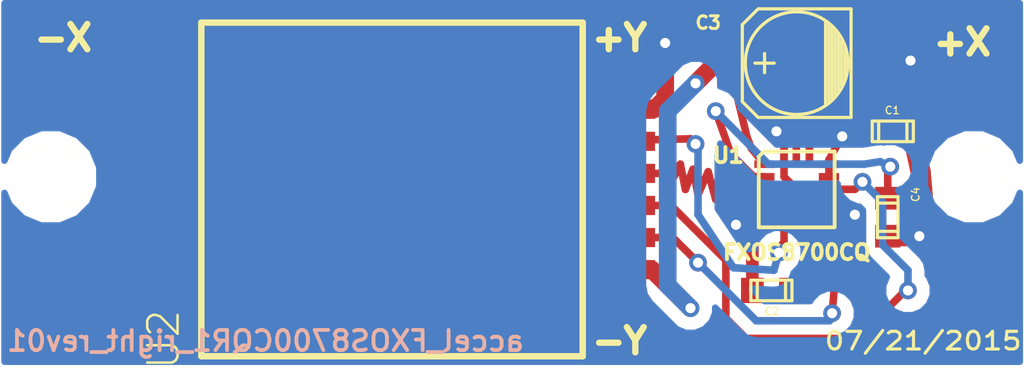
<source format=kicad_pcb>
(kicad_pcb (version 4) (host pcbnew "(2015-08-20 BZR 6109)-product")

  (general
    (links 21)
    (no_connects 0)
    (area 129.949999 99.449999 171.550001 116.550001)
    (thickness 1.6)
    (drawings 6)
    (tracks 128)
    (zones 0)
    (modules 8)
    (nets 9)
  )

  (page A)
  (layers
    (0 F.Cu signal)
    (31 B.Cu signal)
    (32 B.Adhes user)
    (33 F.Adhes user)
    (34 B.Paste user)
    (35 F.Paste user)
    (36 B.SilkS user)
    (37 F.SilkS user)
    (38 B.Mask user)
    (39 F.Mask user)
    (40 Dwgs.User user)
    (41 Cmts.User user)
    (42 Eco1.User user)
    (43 Eco2.User user)
    (44 Edge.Cuts user)
  )

  (setup
    (last_trace_width 0.5)
    (user_trace_width 0.1)
    (user_trace_width 0.15)
    (user_trace_width 0.2)
    (user_trace_width 0.25)
    (user_trace_width 0.3)
    (user_trace_width 0.35)
    (user_trace_width 0.4)
    (user_trace_width 0.5)
    (user_trace_width 0.6)
    (user_trace_width 0.7)
    (user_trace_width 0.8)
    (user_trace_width 1)
    (trace_clearance 0.05)
    (zone_clearance 0.5)
    (zone_45_only no)
    (trace_min 0.1)
    (segment_width 0.2)
    (edge_width 0.1)
    (via_size 0.7)
    (via_drill 0.4)
    (via_min_size 0.7)
    (via_min_drill 0.4)
    (uvia_size 0.4)
    (uvia_drill 0.127)
    (uvias_allowed no)
    (uvia_min_size 0.4)
    (uvia_min_drill 0.127)
    (pcb_text_width 0.3)
    (pcb_text_size 1.5 1.5)
    (mod_edge_width 0.15)
    (mod_text_size 1 1)
    (mod_text_width 0.15)
    (pad_size 2.60096 1.6002)
    (pad_drill 0)
    (pad_to_mask_clearance 0)
    (aux_axis_origin 0 0)
    (visible_elements 7FFFFFFF)
    (pcbplotparams
      (layerselection 0x00030_80000001)
      (usegerberextensions true)
      (excludeedgelayer true)
      (linewidth 0.150000)
      (plotframeref false)
      (viasonmask false)
      (mode 1)
      (useauxorigin false)
      (hpglpennumber 1)
      (hpglpenspeed 20)
      (hpglpendiameter 15)
      (hpglpenoverlay 2)
      (psnegative false)
      (psa4output false)
      (plotreference true)
      (plotvalue true)
      (plotinvisibletext false)
      (padsonsilk false)
      (subtractmaskfromsilk false)
      (outputformat 1)
      (mirror false)
      (drillshape 0)
      (scaleselection 1)
      (outputdirectory ""))
  )

  (net 0 "")
  (net 1 GND)
  (net 2 INT1)
  (net 3 INT2)
  (net 4 N-000003)
  (net 5 N-000006)
  (net 6 SCL)
  (net 7 SDA)
  (net 8 Vdd)

  (net_class Default "This is the default net class."
    (clearance 0.05)
    (trace_width 0.5)
    (via_dia 0.7)
    (via_drill 0.4)
    (uvia_dia 0.4)
    (uvia_drill 0.127)
    (add_net GND)
    (add_net INT1)
    (add_net INT2)
    (add_net N-000003)
    (add_net N-000006)
    (add_net SCL)
    (add_net SDA)
    (add_net Vdd)
  )

  (module TED_QFN16_3x5 (layer F.Cu) (tedit 54A73E7C) (tstamp 52A599E5)
    (at 162 109)
    (path /54A72EE3)
    (solder_paste_ratio -0.2)
    (clearance 0.1)
    (fp_text reference U1 (at -2.705 -1.35) (layer F.SilkS)
      (effects (font (size 0.6 0.6) (thickness 0.15)))
    )
    (fp_text value FXOS8700CQ (at 0 2.49) (layer F.SilkS)
      (effects (font (size 0.6 0.6) (thickness 0.15)))
    )
    (fp_line (start -1.3 -1.5) (end 1.5 -1.5) (layer F.SilkS) (width 0.14986))
    (fp_line (start -1.5 -1.3) (end -1.5 1.5) (layer F.SilkS) (width 0.14986))
    (fp_line (start -1.3 -1.5) (end -1.5 -1.3) (layer F.SilkS) (width 0.14986))
    (fp_line (start 1.5 1.5) (end -1.5 1.5) (layer F.SilkS) (width 0.14986))
    (fp_line (start 1.5 -1.5) (end 1.5 1.5) (layer F.SilkS) (width 0.14986))
    (pad 2 smd rect (at -1.275 -0.5) (size 0.8 0.3) (layers F.Cu F.Paste F.Mask)
      (net 4 N-000003))
    (pad 1 smd rect (at -1.275 -1) (size 0.8 0.3) (layers F.Cu F.Paste F.Mask)
      (net 8 Vdd))
    (pad 13 smd rect (at 1.275 -1) (size 0.8 0.3) (layers F.Cu F.Paste F.Mask)
      (net 1 GND))
    (pad 3 smd rect (at -1.275 -0.005) (size 0.8 0.3) (layers F.Cu F.Paste F.Mask)
      (net 1 GND))
    (pad 4 smd rect (at -1.275 0.5) (size 0.8 0.3) (layers F.Cu F.Paste F.Mask)
      (net 6 SCL))
    (pad 5 smd rect (at -1.275 1) (size 0.8 0.3) (layers F.Cu F.Paste F.Mask)
      (net 1 GND))
    (pad 6 smd rect (at -0.5 1.275) (size 0.3 0.8) (layers F.Cu F.Paste F.Mask)
      (net 7 SDA))
    (pad 7 smd rect (at -0.035 1.275) (size 0.3 0.8) (layers F.Cu F.Paste F.Mask)
      (net 1 GND))
    (pad 8 smd rect (at 0.5 1.275) (size 0.3 0.8) (layers F.Cu F.Paste F.Mask)
      (net 5 N-000006))
    (pad 9 smd rect (at 1.275 1) (size 0.8 0.3) (layers F.Cu F.Paste F.Mask)
      (net 3 INT2))
    (pad 10 smd rect (at 1.275 0.5) (size 0.8 0.3) (layers F.Cu F.Paste F.Mask)
      (net 1 GND))
    (pad 11 smd rect (at 1.275 -0.005) (size 0.8 0.3) (layers F.Cu F.Paste F.Mask)
      (net 2 INT1))
    (pad 12 smd rect (at 1.275 -0.5) (size 0.8 0.3) (layers F.Cu F.Paste F.Mask)
      (net 1 GND))
    (pad 14 smd rect (at 0.5 -1.275) (size 0.3 0.8) (layers F.Cu F.Paste F.Mask)
      (net 8 Vdd))
    (pad 15 smd rect (at -0.015 -1.275) (size 0.3 0.8) (layers F.Cu F.Paste F.Mask))
    (pad 16 smd rect (at -0.5 -1.275) (size 0.3 0.8) (layers F.Cu F.Paste F.Mask)
      (net 1 GND))
    (model smd/qfn24.wrl
      (at (xyz 0 0 0))
      (scale (xyz 1 1 1))
      (rotate (xyz 0 0 0))
    )
  )

  (module TED_Hole_2_6mm (layer F.Cu) (tedit 53C810E1) (tstamp 539CBF88)
    (at 169 108.5)
    (path /539CBE67)
    (fp_text reference H2 (at -0.05 -2.425) (layer F.SilkS) hide
      (effects (font (size 1 1) (thickness 0.15)))
    )
    (fp_text value HOLE (at 0.25 2.6) (layer F.SilkS) hide
      (effects (font (size 1 1) (thickness 0.15)))
    )
    (pad "" np_thru_hole circle (at 0 0) (size 2.6 2.6) (drill 2.6) (layers *.Cu *.Mask F.SilkS))
  )

  (module TED_Hole_2_6mm (layer F.Cu) (tedit 53C810E1) (tstamp 539CCC63)
    (at 132.5 108.5)
    (path /5365C78C)
    (fp_text reference H1 (at -0.05 -2.425) (layer F.SilkS) hide
      (effects (font (size 1 1) (thickness 0.15)))
    )
    (fp_text value HOLE (at 0.25 2.6) (layer F.SilkS) hide
      (effects (font (size 1 1) (thickness 0.15)))
    )
    (pad "" np_thru_hole circle (at 0 0) (size 2.6 2.6) (drill 2.6) (layers *.Cu *.Mask F.SilkS))
  )

  (module TED_RJ12_855135002 (layer F.Cu) (tedit 55AF1007) (tstamp 539CC027)
    (at 146 109 90)
    (path /539B7C14)
    (fp_text reference U2 (at -5.94 -9.03 90) (layer F.SilkS)
      (effects (font (size 1.2 1.2) (thickness 0.09906)))
    )
    (fp_text value RJ12 (at 0.9 0 90) (layer F.SilkS) hide
      (effects (font (size 1.2 1.2) (thickness 0.09906)))
    )
    (fp_line (start -6.605 -7.54) (end 6.605 -7.54) (layer F.SilkS) (width 0.254))
    (fp_line (start 6.605 -7.54) (end 6.605 7.54) (layer F.SilkS) (width 0.254))
    (fp_line (start 6.605 7.54) (end -6.605 7.54) (layer F.SilkS) (width 0.254))
    (fp_line (start -6.605 7.54) (end -6.605 -7.54) (layer F.SilkS) (width 0.254))
    (pad 6 smd rect (at -3.175 7.9 90) (size 0.76 5) (layers F.Cu F.Paste F.Mask)
      (net 8 Vdd) (clearance 0.2))
    (pad 4 smd rect (at -0.635 7.9 90) (size 0.76 5) (layers F.Cu F.Paste F.Mask)
      (net 2 INT1) (clearance 0.2))
    (pad 2 smd rect (at 1.905 7.9 90) (size 0.76 5) (layers F.Cu F.Paste F.Mask)
      (net 7 SDA) (clearance 0.2))
    (pad 3 smd rect (at 0.635 7.9 90) (size 0.76 5) (layers F.Cu F.Paste F.Mask)
      (net 6 SCL) (clearance 0.2))
    (pad 1 smd rect (at 3.175 7.9 90) (size 0.76 5) (layers F.Cu F.Paste F.Mask)
      (net 1 GND) (clearance 0.2))
    (pad 5 smd rect (at -1.905 7.9 90) (size 0.76 5) (layers F.Cu F.Paste F.Mask)
      (net 3 INT2) (clearance 0.2))
    (pad PAD smd rect (at 0 -8.15 90) (size 8.8 4.5) (layers F.Cu F.Paste F.Mask))
  )

  (module TED_SM0603 (layer F.Cu) (tedit 55AF0FF6) (tstamp 539B7F83)
    (at 165.6 110.1 270)
    (descr "SMT capacitor, 0603")
    (path /52A5541B)
    (fp_text reference C4 (at -0.9 -1.1 270) (layer F.SilkS)
      (effects (font (size 0.3 0.3) (thickness 0.05)))
    )
    (fp_text value .1uF (at -0.2 -1.6 270) (layer F.SilkS) hide
      (effects (font (size 0.3 0.3) (thickness 0.05)))
    )
    (fp_line (start 0.5588 0.4064) (end 0.5588 -0.4064) (layer F.SilkS) (width 0.127))
    (fp_line (start -0.5588 -0.381) (end -0.5588 0.4064) (layer F.SilkS) (width 0.127))
    (fp_line (start -0.8128 -0.4064) (end 0.8128 -0.4064) (layer F.SilkS) (width 0.127))
    (fp_line (start 0.8128 -0.4064) (end 0.8128 0.4064) (layer F.SilkS) (width 0.127))
    (fp_line (start 0.8128 0.4064) (end -0.8128 0.4064) (layer F.SilkS) (width 0.127))
    (fp_line (start -0.8128 0.4064) (end -0.8128 -0.4064) (layer F.SilkS) (width 0.127))
    (pad 2 smd rect (at 0.75184 0 270) (size 0.89916 1.00076) (layers F.Cu F.Paste F.Mask)
      (net 1 GND) (clearance 0.1))
    (pad 1 smd rect (at -0.75184 0 270) (size 0.89916 1.00076) (layers F.Cu F.Paste F.Mask)
      (net 4 N-000003) (clearance 0.1))
    (model smd/capacitors/c_0603.wrl
      (at (xyz 0 0 0))
      (scale (xyz 1 1 1))
      (rotate (xyz 0 0 0))
    )
  )

  (module TED_SM0603 (layer F.Cu) (tedit 55AF0FFF) (tstamp 52A599AD)
    (at 161 113 180)
    (descr "SMT capacitor, 0603")
    (path /54A72FC4)
    (fp_text reference C2 (at -0.02 -0.83 180) (layer F.SilkS)
      (effects (font (size 0.3 0.3) (thickness 0.05)))
    )
    (fp_text value 1uF (at 0.8 -1.1 180) (layer F.SilkS) hide
      (effects (font (size 0.3 0.3) (thickness 0.05)))
    )
    (fp_line (start 0.5588 0.4064) (end 0.5588 -0.4064) (layer F.SilkS) (width 0.127))
    (fp_line (start -0.5588 -0.381) (end -0.5588 0.4064) (layer F.SilkS) (width 0.127))
    (fp_line (start -0.8128 -0.4064) (end 0.8128 -0.4064) (layer F.SilkS) (width 0.127))
    (fp_line (start 0.8128 -0.4064) (end 0.8128 0.4064) (layer F.SilkS) (width 0.127))
    (fp_line (start 0.8128 0.4064) (end -0.8128 0.4064) (layer F.SilkS) (width 0.127))
    (fp_line (start -0.8128 0.4064) (end -0.8128 -0.4064) (layer F.SilkS) (width 0.127))
    (pad 2 smd rect (at 0.75184 0 180) (size 0.89916 1.00076) (layers F.Cu F.Paste F.Mask)
      (net 1 GND) (clearance 0.1))
    (pad 1 smd rect (at -0.75184 0 180) (size 0.89916 1.00076) (layers F.Cu F.Paste F.Mask)
      (net 5 N-000006) (clearance 0.1))
    (model smd/capacitors/c_0603.wrl
      (at (xyz 0 0 0))
      (scale (xyz 1 1 1))
      (rotate (xyz 0 0 0))
    )
  )

  (module TED_SM0603 (layer F.Cu) (tedit 55AF0FED) (tstamp 52A599A1)
    (at 165.8 106.7)
    (descr "SMT capacitor, 0603")
    (path /52959381)
    (fp_text reference C1 (at -0.02 -0.83) (layer F.SilkS)
      (effects (font (size 0.3 0.3) (thickness 0.05)))
    )
    (fp_text value 1uF (at 1 -0.9) (layer F.SilkS) hide
      (effects (font (size 0.3 0.3) (thickness 0.05)))
    )
    (fp_line (start 0.5588 0.4064) (end 0.5588 -0.4064) (layer F.SilkS) (width 0.127))
    (fp_line (start -0.5588 -0.381) (end -0.5588 0.4064) (layer F.SilkS) (width 0.127))
    (fp_line (start -0.8128 -0.4064) (end 0.8128 -0.4064) (layer F.SilkS) (width 0.127))
    (fp_line (start 0.8128 -0.4064) (end 0.8128 0.4064) (layer F.SilkS) (width 0.127))
    (fp_line (start 0.8128 0.4064) (end -0.8128 0.4064) (layer F.SilkS) (width 0.127))
    (fp_line (start -0.8128 0.4064) (end -0.8128 -0.4064) (layer F.SilkS) (width 0.127))
    (pad 2 smd rect (at 0.75184 0) (size 0.89916 1.00076) (layers F.Cu F.Paste F.Mask)
      (net 1 GND) (clearance 0.1))
    (pad 1 smd rect (at -0.75184 0) (size 0.89916 1.00076) (layers F.Cu F.Paste F.Mask)
      (net 8 Vdd) (clearance 0.1))
    (model smd/capacitors/c_0603.wrl
      (at (xyz 0 0 0))
      (scale (xyz 1 1 1))
      (rotate (xyz 0 0 0))
    )
  )

  (module TED_c_elec_4.3x4.3 (layer F.Cu) (tedit 55AF0FE7) (tstamp 54A73A36)
    (at 162 104 180)
    (descr "SMT capacitor, aluminium electrolytic, 4x5.3")
    (path /54A72EF7)
    (fp_text reference C3 (at 3.5 1.6 180) (layer F.SilkS)
      (effects (font (size 0.50038 0.50038) (thickness 0.11938)))
    )
    (fp_text value 4.7uF (at -4 1.5 180) (layer F.SilkS) hide
      (effects (font (size 0.50038 0.50038) (thickness 0.11938)))
    )
    (fp_line (start 1.651 0) (end 0.889 0) (layer F.SilkS) (width 0.127))
    (fp_line (start 1.27 -0.381) (end 1.27 0.381) (layer F.SilkS) (width 0.127))
    (fp_line (start 1.524 2.15) (end -2.15 2.15) (layer F.SilkS) (width 0.127))
    (fp_line (start 2.15 -1.524) (end 2.15 1.524) (layer F.SilkS) (width 0.127))
    (fp_line (start 1.524 2.15) (end 2.15 1.524) (layer F.SilkS) (width 0.127))
    (fp_line (start 1.524 -2.15) (end -2.15 -2.15) (layer F.SilkS) (width 0.127))
    (fp_line (start 1.524 -2.15) (end 2.15 -1.524) (layer F.SilkS) (width 0.127))
    (fp_line (start -2.032 0.127) (end -2.032 -0.127) (layer F.SilkS) (width 0.127))
    (fp_line (start -1.905 -0.635) (end -1.905 0.635) (layer F.SilkS) (width 0.127))
    (fp_line (start -1.778 0.889) (end -1.778 -0.889) (layer F.SilkS) (width 0.127))
    (fp_line (start -1.651 1.143) (end -1.651 -1.143) (layer F.SilkS) (width 0.127))
    (fp_line (start -1.524 -1.27) (end -1.524 1.27) (layer F.SilkS) (width 0.127))
    (fp_line (start -1.397 1.397) (end -1.397 -1.397) (layer F.SilkS) (width 0.127))
    (fp_line (start -1.27 -1.524) (end -1.27 1.524) (layer F.SilkS) (width 0.127))
    (fp_line (start -1.143 -1.651) (end -1.143 1.651) (layer F.SilkS) (width 0.127))
    (fp_circle (center 0 0) (end -2.032 0) (layer F.SilkS) (width 0.127))
    (fp_line (start -2.15 -2.15) (end -2.15 2.15) (layer F.SilkS) (width 0.127))
    (pad 1 smd rect (at 1.80086 0 180) (size 2.60096 1.6002) (layers F.Cu F.Paste F.Mask)
      (net 8 Vdd))
    (pad 2 smd rect (at -1.80086 0 180) (size 2.60096 1.6002) (layers F.Cu F.Paste F.Mask)
      (net 1 GND))
    (model smd/capacitors/c_elec_4x5_3.wrl
      (at (xyz 0 0 0))
      (scale (xyz 1 1 1))
      (rotate (xyz 0 0 0))
    )
  )

  (gr_text 07/21/2015 (at 167 115) (layer F.SilkS)
    (effects (font (size 0.7 0.8) (thickness 0.125)))
  )
  (gr_text -X (at 133 103) (layer F.SilkS)
    (effects (font (size 1 1) (thickness 0.25)))
  )
  (gr_text -Y (at 155 115) (layer F.SilkS)
    (effects (font (size 1 1) (thickness 0.25)))
  )
  (gr_text +X (at 168.55 103.17) (layer F.SilkS)
    (effects (font (size 1 1) (thickness 0.25)))
  )
  (gr_text +Y (at 155 103) (layer F.SilkS)
    (effects (font (size 1 1) (thickness 0.25)))
  )
  (gr_text accel_FXOS8700CQR1_right_rev01 (at 141 115) (layer B.SilkS)
    (effects (font (size 0.8 0.8) (thickness 0.15)) (justify mirror))
  )

  (segment (start 163.275 109.5) (end 163.8 109.5) (width 0.3) (layer F.Cu) (net 1))
  (via (at 164.3 110) (size 0.7) (layers F.Cu B.Cu) (net 1))
  (segment (start 163.8 109.5) (end 164.3 110) (width 0.3) (layer F.Cu) (net 1) (tstamp 55AF0E9E))
  (segment (start 160.725 108.995) (end 161.695 108.995) (width 0.3) (layer F.Cu) (net 1))
  (segment (start 161.695 108.995) (end 161.965 109.265) (width 0.3) (layer F.Cu) (net 1) (tstamp 55AF0E84))
  (segment (start 160.24816 113) (end 160.24816 111.04816) (width 0.5) (layer F.Cu) (net 1))
  (segment (start 160.24816 111.04816) (end 159.6 110.4) (width 0.5) (layer F.Cu) (net 1) (tstamp 55AF0D83))
  (segment (start 161.965 110.275) (end 161.965 109.265) (width 0.3) (layer F.Cu) (net 1))
  (segment (start 161.965 109.265) (end 161.965 108.965) (width 0.3) (layer F.Cu) (net 1) (tstamp 55AF0E87))
  (segment (start 163.275 109.5) (end 162.5 109.5) (width 0.3) (layer F.Cu) (net 1))
  (segment (start 162.5 109.5) (end 161.965 108.965) (width 0.3) (layer F.Cu) (net 1) (tstamp 55AF0D40))
  (segment (start 161.5 108.5) (end 161.5 107.725) (width 0.3) (layer F.Cu) (net 1) (tstamp 55AF0D42))
  (segment (start 161.965 108.965) (end 161.5 108.5) (width 0.3) (layer F.Cu) (net 1) (tstamp 55AF0D4E))
  (segment (start 160.725 110) (end 160 110) (width 0.3) (layer F.Cu) (net 1))
  (segment (start 159.6 110.4) (end 159.6 110.3) (width 0.3) (layer B.Cu) (net 1) (tstamp 55AF0C19))
  (via (at 159.6 110.4) (size 0.7) (layers F.Cu B.Cu) (net 1))
  (segment (start 160 110) (end 159.6 110.4) (width 0.3) (layer F.Cu) (net 1) (tstamp 55AF0C15))
  (segment (start 163.275 108) (end 163.275 107.825) (width 0.3) (layer F.Cu) (net 1))
  (via (at 163.8 106.9) (size 0.7) (layers F.Cu B.Cu) (net 1))
  (segment (start 163.275 107.825) (end 163.8 106.9) (width 0.3) (layer F.Cu) (net 1) (tstamp 55AF0BB1))
  (segment (start 163.275 108.5) (end 163.275 108) (width 0.3) (layer F.Cu) (net 1))
  (via (at 166.84816 110.85184) (size 0.7) (layers F.Cu B.Cu) (net 1))
  (segment (start 166.8 110.8) (end 166.8 110.80368) (width 0.7) (layer B.Cu) (net 1) (tstamp 55AF0B90))
  (segment (start 166.8 110.80368) (end 166.84816 110.85184) (width 0.7) (layer B.Cu) (net 1) (tstamp 55AF0B8F))
  (segment (start 161.5 107.725) (end 161.5 107) (width 0.3) (layer F.Cu) (net 1))
  (via (at 161.2 106.7) (size 0.7) (layers F.Cu B.Cu) (net 1))
  (segment (start 161.5 107) (end 161.2 106.7) (width 0.3) (layer F.Cu) (net 1) (tstamp 55AF0B47))
  (segment (start 165.6 110.85184) (end 166.84816 110.85184) (width 0.8) (layer F.Cu) (net 1))
  (segment (start 166.84816 110.85184) (end 167.1 110.6) (width 0.8) (layer F.Cu) (net 1) (tstamp 55AF0B02))
  (segment (start 167.1 110.6) (end 166.9 108.3) (width 0.8) (layer F.Cu) (net 1) (tstamp 55AF0B05))
  (segment (start 166.9 108.3) (end 166.55184 106.7) (width 0.8) (layer F.Cu) (net 1) (tstamp 55AF0B07) (status 20))
  (segment (start 166.55184 106.7) (end 166.25184 104.14816) (width 0.8) (layer F.Cu) (net 1) (status 10))
  (segment (start 166.25184 104.14816) (end 166.5 103.9) (width 0.8) (layer F.Cu) (net 1) (tstamp 55AF0AF9))
  (segment (start 166.4 104) (end 163.80086 104) (width 0.8) (layer F.Cu) (net 1))
  (via (at 166.5 103.9) (size 0.7) (layers F.Cu B.Cu) (net 1))
  (segment (start 166.4 104) (end 166.5 103.9) (width 0.8) (layer F.Cu) (net 1) (tstamp 55AF0AEF))
  (segment (start 153.9 105.825) (end 156.375 105.825) (width 0.7) (layer F.Cu) (net 1))
  (via (at 156.8 103.2) (size 0.7) (layers F.Cu B.Cu) (net 1))
  (segment (start 156.8 105.4) (end 156.8 103.2) (width 0.7) (layer F.Cu) (net 1) (tstamp 55AF0AE1))
  (segment (start 156.375 105.825) (end 156.8 105.4) (width 0.7) (layer F.Cu) (net 1) (tstamp 55AF0ADE))
  (segment (start 163.275 108.995) (end 164.305 108.995) (width 0.3) (layer F.Cu) (net 2))
  (segment (start 157.035 109.635) (end 159.2 111.8) (width 0.3) (layer F.Cu) (net 2) (tstamp 55AF0CE5))
  (segment (start 159.2 111.8) (end 159.2 114.1) (width 0.3) (layer F.Cu) (net 2) (tstamp 55AF0CEB))
  (segment (start 159.2 114.1) (end 160 114.9) (width 0.3) (layer F.Cu) (net 2) (tstamp 55AF0CEE))
  (segment (start 160 114.9) (end 164.4 114.9) (width 0.3) (layer F.Cu) (net 2) (tstamp 55AF0CEF))
  (segment (start 164.4 114.9) (end 166.3 113) (width 0.3) (layer F.Cu) (net 2) (tstamp 55AF0CF1))
  (segment (start 157.035 109.635) (end 153.9 109.635) (width 0.3) (layer F.Cu) (net 2))
  (segment (start 166.4 113) (end 166.3 113) (width 0.3) (layer F.Cu) (net 2) (tstamp 55AF0D31))
  (via (at 166.4 113) (size 0.7) (layers F.Cu B.Cu) (net 2))
  (segment (start 166.4 112.2) (end 166.4 113) (width 0.3) (layer B.Cu) (net 2) (tstamp 55AF0D2E))
  (segment (start 165.4 111.2) (end 166.4 112.2) (width 0.3) (layer B.Cu) (net 2) (tstamp 55AF0D2B))
  (segment (start 165.4 109.5) (end 165.4 111.2) (width 0.3) (layer B.Cu) (net 2) (tstamp 55AF0D28))
  (segment (start 164.6 108.7) (end 165.4 109.5) (width 0.3) (layer B.Cu) (net 2) (tstamp 55AF0D27))
  (via (at 164.6 108.7) (size 0.7) (layers F.Cu B.Cu) (net 2))
  (segment (start 164.305 108.995) (end 164.6 108.7) (width 0.3) (layer F.Cu) (net 2) (tstamp 55AF0D1D))
  (segment (start 163.275 110) (end 163.4 110) (width 0.3) (layer F.Cu) (net 3))
  (segment (start 157.105 110.905) (end 153.9 110.905) (width 0.3) (layer F.Cu) (net 3) (tstamp 55AF0CE2))
  (segment (start 158.1 111.9) (end 157.105 110.905) (width 0.3) (layer F.Cu) (net 3) (tstamp 55AF0CE1))
  (via (at 158.1 111.9) (size 0.7) (layers F.Cu B.Cu) (net 3))
  (segment (start 160.4 114.2) (end 158.1 111.9) (width 0.3) (layer B.Cu) (net 3) (tstamp 55AF0CDE))
  (segment (start 163.3 114.2) (end 160.4 114.2) (width 0.3) (layer B.Cu) (net 3) (tstamp 55AF0CDC))
  (segment (start 163.4 113.9) (end 163.3 114.2) (width 0.3) (layer B.Cu) (net 3) (tstamp 55AF0CDB))
  (via (at 163.4 113.9) (size 0.7) (layers F.Cu B.Cu) (net 3))
  (segment (start 163.704216 110.500377) (end 163.4 113.9) (width 0.3) (layer F.Cu) (net 3) (tstamp 55AF0CD7))
  (segment (start 163.4 110) (end 163.704216 110.500377) (width 0.3) (layer F.Cu) (net 3) (tstamp 55AF0CD5))
  (segment (start 160.725 108.5) (end 160.3 108.5) (width 0.3) (layer F.Cu) (net 4))
  (segment (start 165.6 108.2) (end 165.6 109.34816) (width 0.3) (layer F.Cu) (net 4) (tstamp 55AF0C43))
  (segment (start 165.7 108.1) (end 165.6 108.2) (width 0.3) (layer F.Cu) (net 4) (tstamp 55AF0C42))
  (via (at 165.7 108.1) (size 0.7) (layers F.Cu B.Cu) (net 4))
  (segment (start 165.3 107.9) (end 165.7 108.1) (width 0.3) (layer B.Cu) (net 4) (tstamp 55AF0C3F))
  (segment (start 164.675 108) (end 165.3 107.9) (width 0.3) (layer B.Cu) (net 4) (tstamp 55AF0C3E))
  (segment (start 160.875 108) (end 164.675 108) (width 0.3) (layer B.Cu) (net 4) (tstamp 55AF0C38))
  (segment (start 158.8 105.9) (end 160.875 108) (width 0.3) (layer B.Cu) (net 4) (tstamp 55AF0C37))
  (via (at 158.8 105.9) (size 0.7) (layers F.Cu B.Cu) (net 4))
  (segment (start 159.4 107.6) (end 158.8 105.9) (width 0.3) (layer F.Cu) (net 4) (tstamp 55AF0C32))
  (segment (start 160.3 108.5) (end 159.4 107.6) (width 0.3) (layer F.Cu) (net 4) (tstamp 55AF0C31))
  (segment (start 162.5 110.275) (end 162.5 112.25184) (width 0.3) (layer F.Cu) (net 5))
  (segment (start 162.5 112.25184) (end 161.75184 113) (width 0.3) (layer F.Cu) (net 5) (tstamp 55AF0D57))
  (segment (start 157.034483 108.713793) (end 156.9 108) (width 0.3) (layer F.Cu) (net 6))
  (segment (start 156.803966 108.365) (end 153.9 108.365) (width 0.3) (layer F.Cu) (net 6) (tstamp 55AF0F35))
  (segment (start 156.9 108) (end 156.803966 108.365) (width 0.3) (layer F.Cu) (net 6) (tstamp 55AF0F34))
  (segment (start 160.725 109.5) (end 159.4 109.5) (width 0.3) (layer F.Cu) (net 6))
  (segment (start 159.2 108.4) (end 158.8 109.4) (width 0.3) (layer F.Cu) (net 6) (tstamp 55AF0A98))
  (segment (start 158.8 109.4) (end 158.5 108.3) (width 0.3) (layer F.Cu) (net 6) (tstamp 55AF0EEC))
  (segment (start 158.5 108.3) (end 158.1 109.2) (width 0.3) (layer F.Cu) (net 6) (tstamp 55AF0EF3))
  (segment (start 158.1 109.2) (end 157.9 108.2) (width 0.3) (layer F.Cu) (net 6) (tstamp 55AF0EFA))
  (segment (start 157.9 108.2) (end 157.6 109) (width 0.3) (layer F.Cu) (net 6) (tstamp 55AF0F00))
  (segment (start 157.6 109) (end 157.4 108) (width 0.3) (layer F.Cu) (net 6) (tstamp 55AF0F07))
  (segment (start 157.4 108) (end 157.4 108) (width 0.3) (layer F.Cu) (net 6) (tstamp 55AF0F1D))
  (segment (start 157.4 108) (end 157.034483 108.713793) (width 0.3) (layer F.Cu) (net 6) (tstamp 55AF0F0E))
  (segment (start 157.034483 108.713793) (end 157 108.8) (width 0.3) (layer F.Cu) (net 6) (tstamp 55AF0F32))
  (segment (start 159.4 109.5) (end 159.2 108.4) (width 0.3) (layer F.Cu) (net 6) (tstamp 55AF0A94))
  (segment (start 153.9 107.095) (end 157.795 106.995) (width 0.3) (layer F.Cu) (net 7))
  (segment (start 161.5 111.1) (end 161.5 110.275) (width 0.3) (layer F.Cu) (net 7) (tstamp 55AF0AB6))
  (segment (start 161.4 111.2) (end 161.5 111.1) (width 0.3) (layer F.Cu) (net 7) (tstamp 55AF0AB4))
  (segment (start 161.4 111.4) (end 161.4 111.2) (width 0.3) (layer F.Cu) (net 7) (tstamp 55AF0AB3))
  (segment (start 161.3 111.5) (end 161.4 111.4) (width 0.3) (layer F.Cu) (net 7) (tstamp 55AF0AB2))
  (via (at 161.3 111.5) (size 0.7) (layers F.Cu B.Cu) (net 7))
  (segment (start 161.1 112.2) (end 161.3 111.5) (width 0.3) (layer B.Cu) (net 7) (tstamp 55AF0AAF))
  (segment (start 158.1 110) (end 159.5 112.1) (width 0.3) (layer B.Cu) (net 7) (tstamp 55AF0AAD))
  (segment (start 159.5 112.1) (end 161.1 112.2) (width 0.3) (layer B.Cu) (net 7) (tstamp 55AF0E11))
  (segment (start 158.1 107.3) (end 158.1 110) (width 0.3) (layer B.Cu) (net 7) (tstamp 55AF0AAB))
  (segment (start 158.1 110) (end 158.1 110) (width 0.3) (layer B.Cu) (net 7) (tstamp 55AF0E05))
  (segment (start 158 107.2) (end 158.1 107.3) (width 0.3) (layer B.Cu) (net 7) (tstamp 55AF0AAA))
  (via (at 158 107.2) (size 0.7) (layers F.Cu B.Cu) (net 7))
  (segment (start 157.795 106.995) (end 158 107.2) (width 0.3) (layer F.Cu) (net 7) (tstamp 55AF0AA1))
  (segment (start 153.9 112.175) (end 156.275 112.175) (width 0.7) (layer F.Cu) (net 8))
  (segment (start 158.8 104) (end 160.19914 104) (width 0.7) (layer F.Cu) (net 8) (tstamp 55AF0B74))
  (segment (start 158 104.8) (end 158.8 104) (width 0.7) (layer F.Cu) (net 8) (tstamp 55AF0B73))
  (via (at 158 104.8) (size 0.7) (layers F.Cu B.Cu) (net 8))
  (segment (start 156.9 105.9) (end 158 104.8) (width 0.7) (layer B.Cu) (net 8) (tstamp 55AF0B6D))
  (segment (start 156.9 112.8) (end 156.9 105.9) (width 0.7) (layer B.Cu) (net 8) (tstamp 55AF0B68))
  (segment (start 157.8 113.7) (end 156.9 112.8) (width 0.7) (layer B.Cu) (net 8) (tstamp 55AF0B67))
  (via (at 157.8 113.7) (size 0.7) (layers F.Cu B.Cu) (net 8))
  (segment (start 156.275 112.175) (end 157.8 113.7) (width 0.7) (layer F.Cu) (net 8) (tstamp 55AF0B62))
  (segment (start 163.4 106.1) (end 162.9 106.7) (width 0.3) (layer F.Cu) (net 8))
  (segment (start 160.2 104) (end 160.19914 104) (width 0.3) (layer F.Cu) (net 8) (tstamp 55AF0B59))
  (segment (start 162.9 106.7) (end 160.2 104) (width 0.3) (layer F.Cu) (net 8) (tstamp 55AF0B58))
  (segment (start 160.725 108) (end 160.208184 107.376051) (width 0.3) (layer F.Cu) (net 8))
  (segment (start 160.208184 107.376051) (end 160.031942 106.916328) (width 0.3) (layer F.Cu) (net 8) (tstamp 55AF0B3A))
  (segment (start 160.031942 106.916328) (end 159.5 104.69914) (width 0.3) (layer F.Cu) (net 8) (tstamp 55AF0B3B))
  (segment (start 159.5 104.69914) (end 160.19914 104) (width 0.3) (layer F.Cu) (net 8) (tstamp 55AF0B42))
  (segment (start 165.04816 106.7) (end 164.9 106.7) (width 0.3) (layer F.Cu) (net 8) (status 30))
  (segment (start 162.5 107) (end 162.5 107.725) (width 0.3) (layer F.Cu) (net 8) (tstamp 55AF0B34))
  (segment (start 162.8 106.7) (end 162.5 107) (width 0.3) (layer F.Cu) (net 8) (tstamp 55AF0B33))
  (segment (start 164.3 106.1) (end 163.4 106.1) (width 0.3) (layer F.Cu) (net 8) (tstamp 55AF0B32))
  (segment (start 163.4 106.1) (end 162.8 106.7) (width 0.3) (layer F.Cu) (net 8) (tstamp 55AF0B56))
  (segment (start 164.9 106.7) (end 164.3 106.1) (width 0.3) (layer F.Cu) (net 8) (tstamp 55AF0B30) (status 10))

  (zone (net 1) (net_name GND) (layer B.Cu) (tstamp 539B87D1) (hatch edge 0.508)
    (connect_pads (clearance 0.5))
    (min_thickness 0.254)
    (fill (arc_segments 16) (thermal_gap 0.508) (thermal_bridge_width 0.508))
    (polygon
      (pts
        (xy 130.5 101.5) (xy 171 101.5) (xy 171 116) (xy 130.5 116)
      )
    )
    (filled_polygon
      (pts
        (xy 170.823 115.823) (xy 167.37717 115.823) (xy 167.37717 112.806515) (xy 167.228744 112.447297) (xy 167.177 112.395462)
        (xy 167.177 112.2) (xy 167.117854 111.902655) (xy 166.949422 111.650578) (xy 166.177 110.878156) (xy 166.177 109.5)
        (xy 166.176999 109.499999) (xy 166.117854 109.202655) (xy 166.003605 109.031669) (xy 166.252703 108.928744) (xy 166.527778 108.654149)
        (xy 166.67683 108.29519) (xy 166.67717 107.906515) (xy 166.528744 107.547297) (xy 166.254149 107.272222) (xy 165.89519 107.12317)
        (xy 165.506515 107.12283) (xy 165.457236 107.143191) (xy 165.416258 107.141652) (xy 165.355553 107.124989) (xy 165.267297 107.136059)
        (xy 165.177094 107.132673) (xy 164.613163 107.223) (xy 161.202352 107.223) (xy 159.777103 105.782746) (xy 159.77717 105.706515)
        (xy 159.628744 105.347297) (xy 159.354149 105.072222) (xy 158.99519 104.92317) (xy 158.976893 104.923153) (xy 158.97717 104.606515)
        (xy 158.828744 104.247297) (xy 158.554149 103.972222) (xy 158.19519 103.82317) (xy 157.806515 103.82283) (xy 157.447297 103.971256)
        (xy 157.172222 104.245851) (xy 157.172051 104.246261) (xy 156.209157 105.209157) (xy 155.99737 105.526118) (xy 155.923 105.9)
        (xy 155.923 112.8) (xy 155.99737 113.173882) (xy 156.209157 113.490843) (xy 157.107981 114.389667) (xy 157.245851 114.527778)
        (xy 157.60481 114.67683) (xy 157.993485 114.67717) (xy 158.352703 114.528744) (xy 158.627778 114.254149) (xy 158.70263 114.073881)
        (xy 158.77683 113.89519) (xy 158.777021 113.675865) (xy 159.850578 114.749422) (xy 160.102655 114.917854) (xy 160.4 114.977)
        (xy 163.3 114.977) (xy 163.327617 114.971506) (xy 163.355554 114.975011) (xy 163.475427 114.942104) (xy 163.597345 114.917854)
        (xy 163.620755 114.902211) (xy 163.647909 114.894758) (xy 163.746064 114.818483) (xy 163.763154 114.807063) (xy 163.952703 114.728744)
        (xy 164.227778 114.454149) (xy 164.37683 114.09519) (xy 164.37717 113.706515) (xy 164.228744 113.347297) (xy 163.954149 113.072222)
        (xy 163.59519 112.92317) (xy 163.206515 112.92283) (xy 162.847297 113.071256) (xy 162.572222 113.345851) (xy 162.540187 113.423)
        (xy 160.721844 113.423) (xy 160.222859 112.924015) (xy 161.051169 112.976128) (xy 161.123105 112.966465) (xy 161.189306 112.97185)
        (xy 161.265363 112.947357) (xy 161.351641 112.935769) (xy 161.414213 112.899424) (xy 161.477883 112.878921) (xy 161.539206 112.826822)
        (xy 161.613797 112.783497) (xy 161.657299 112.726494) (xy 161.708929 112.682632) (xy 161.746118 112.610114) (xy 161.797725 112.542493)
        (xy 161.815846 112.474145) (xy 161.847273 112.412866) (xy 161.878599 112.302892) (xy 162.127778 112.054149) (xy 162.27683 111.69519)
        (xy 162.27717 111.306515) (xy 162.128744 110.947297) (xy 161.854149 110.672222) (xy 161.49519 110.52317) (xy 161.106515 110.52283)
        (xy 160.747297 110.671256) (xy 160.472222 110.945851) (xy 160.32317 111.30481) (xy 160.32311 111.373249) (xy 159.933439 111.348733)
        (xy 158.877 109.76467) (xy 158.877 107.635608) (xy 158.97683 107.39519) (xy 158.977015 107.183521) (xy 160.319115 108.539749)
        (xy 160.325578 108.549422) (xy 160.577655 108.717854) (xy 160.875 108.777) (xy 163.622931 108.777) (xy 163.62283 108.893485)
        (xy 163.771256 109.252703) (xy 164.045851 109.527778) (xy 164.40481 109.67683) (xy 164.47805 109.676894) (xy 164.623 109.821844)
        (xy 164.623 111.2) (xy 164.682146 111.497345) (xy 164.850578 111.749422) (xy 165.564823 112.463667) (xy 165.42317 112.80481)
        (xy 165.42283 113.193485) (xy 165.571256 113.552703) (xy 165.845851 113.827778) (xy 166.20481 113.97683) (xy 166.593485 113.97717)
        (xy 166.952703 113.828744) (xy 167.227778 113.554149) (xy 167.37683 113.19519) (xy 167.37717 112.806515) (xy 167.37717 115.823)
        (xy 130.677 115.823) (xy 130.677 109.134129) (xy 130.865416 109.590132) (xy 131.407017 110.132678) (xy 132.115014 110.426665)
        (xy 132.881622 110.427334) (xy 133.590132 110.134584) (xy 134.132678 109.592983) (xy 134.426665 108.884986) (xy 134.427334 108.118378)
        (xy 134.134584 107.409868) (xy 133.592983 106.867322) (xy 132.884986 106.573335) (xy 132.118378 106.572666) (xy 131.409868 106.865416)
        (xy 130.867322 107.407017) (xy 130.677 107.865361) (xy 130.677 101.627) (xy 170.823 101.627) (xy 170.823 107.86587)
        (xy 170.634584 107.409868) (xy 170.092983 106.867322) (xy 169.384986 106.573335) (xy 168.618378 106.572666) (xy 167.909868 106.865416)
        (xy 167.367322 107.407017) (xy 167.073335 108.115014) (xy 167.072666 108.881622) (xy 167.365416 109.590132) (xy 167.907017 110.132678)
        (xy 168.615014 110.426665) (xy 169.381622 110.427334) (xy 170.090132 110.134584) (xy 170.632678 109.592983) (xy 170.823 109.134638)
        (xy 170.823 115.823)
      )
    )
  )
)

</source>
